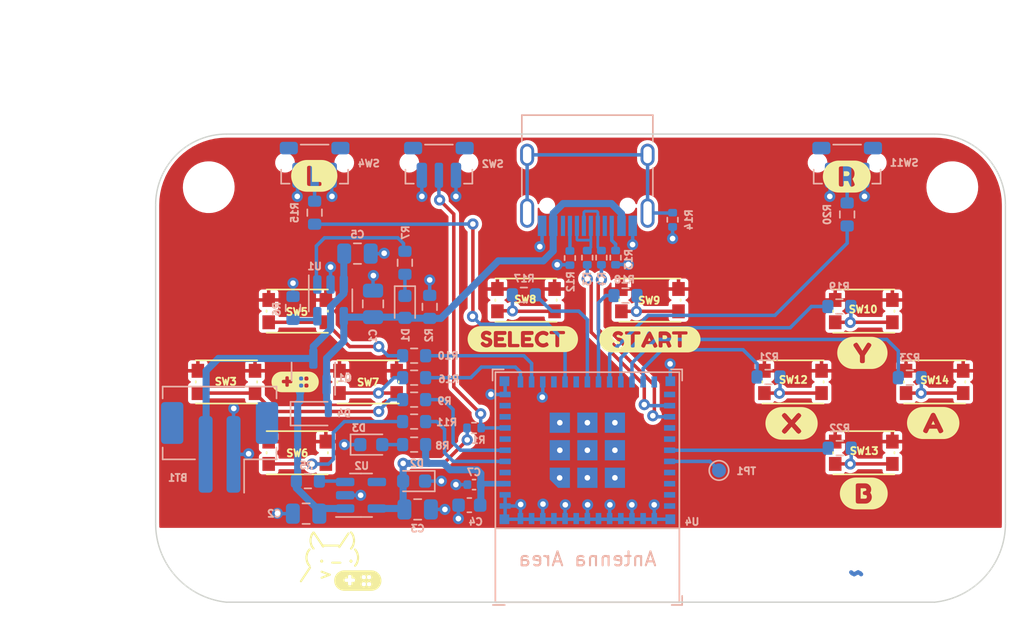
<source format=kicad_pcb>
(kicad_pcb (version 20241229) (generator "pcbnew") (generator_version "9.0")
  (layers (0 "F.Cu" signal) (2 "B.Cu" signal) (13 "F.Paste" user) (15 "B.Paste" user) (5 "F.SilkS" user "F.Silkscreen") (7 "B.SilkS" user "B.Silkscreen") (1 "F.Mask" user) (3 "B.Mask" user) (25 "Edge.Cuts" user))
  (net 0 "")
  (net 1 "GND")
  (net 2 "+3V3")
  (net 3 "VBUS")
  (net 4 "/EN")
  (net 5 "/GPIO0")
  (net 6 "/GPIO1")
  (net 7 "/GPIO2")
  (net 8 "/GPIO3")
  (net 9 "/GPIO4")
  (net 10 "/GPIO5")
  (net 11 "/GPIO6")
  (net 12 "/GPIO7")
  (net 13 "/GPIO8")
  (net 14 "/GPIO9")
  (net 15 "/GPIO10")
  (net 16 "Net-(J3-PadS1)")
  (net 17 "/USB_D_N")
  (net 18 "/USB_D_P")
  (net 20 "Net-(J3-PadA5)")
  (net 22 "Net-(J3-PadB5)")
  (net 23 "Net-(R3-Pad1)")
  (net 24 "Net-(R4-Pad1)")
  (net 25 "/GPIO20")
  (net 26 "/GPIO21")
  (net 27 "+4V")
  (net 28 "/VBAT")
  (net 29 "Net-(D1-Pad1)")
  (net 30 "Net-(D3-Pad2)")
  (net 31 "Net-(R5-Pad2)")
  (net 46 "Net-(R6-Pad1)")
  (net 47 "Net-(R7-Pad2)")
  (net 49 "Net-(R9-Pad1)")
  (net 50 "Net-(R10-Pad1)")
  (net 51 "Net-(R15-Pad1)")
  (net 52 "Net-(R19-Pad1)")
  (net 53 "Net-(R11-Pad1)")
  (net 54 "Net-(R20-Pad1)")
  (net 55 "Net-(R21-Pad1)")
  (net 56 "Net-(R16-Pad1)")
  (net 57 "Net-(R17-Pad1)")
  (net 58 "Net-(R18-Pad1)")
  (net 59 "Net-(R22-Pad1)")
  (net 60 "Net-(R23-Pad1)")
  (footprint "Button_Switch_SMD:SW_Push_1P1T_NO_CK_KMR2" (layer "F.Cu") (at 177.8 106.68)
    (property "Reference" "SW10")
    (property "Value" "Y")
  )
  (footprint "Button_Switch_SMD:SW_Push_1P1T_NO_CK_KMR2" (layer "F.Cu") (at 172.72 111.76)
    (property "Reference" "SW12")
    (property "Value" "X")
  )
  (footprint "Button_Switch_SMD:SW_Push_1P1T_NO_CK_KMR2" (layer "F.Cu") (at 182.88 111.76)
    (property "Reference" "SW14")
    (property "Value" "A")
  )
  (footprint "MountingHole:MountingHole_3.2mm_M3" (layer "F.Cu") (at 182.88 124.46)
    (property "Reference" "H1" (hide yes))
    (property "Value" "MountingHole")
  )
  (footprint "kibuzzard-63C8BD99" (layer "F.Cu") (at 141.5034 126.0094)
    (property "Reference" "kibuzzard-63C8BD99" (hide yes))
    (property "Value" "G***" (hide yes))
  )
  (footprint "kibuzzard-63C8C0C1" (layer "F.Cu") (at 162.4584 108.712)
    (property "Reference" "kibuzzard-63C8C0C1" (hide yes))
    (property "Value" "G***" (hide yes))
  )
  (footprint "kibuzzard-63C8BFBA" (layer "F.Cu") (at 182.7784 114.7064)
    (property "Reference" "kibuzzard-63C8BFBA" (hide yes))
    (property "Value" "G***" (hide yes))
  )
  (footprint "kibuzzard-63C8BFCF" (layer "F.Cu") (at 177.8 119.761)
    (property "Reference" "kibuzzard-63C8BFCF" (hide yes))
    (property "Value" "G***" (hide yes))
  )
  (footprint "Button_Switch_SMD:SW_Push_1P1T_NO_CK_KMR2" (layer "F.Cu") (at 137.16 106.68)
    (property "Reference" "SW5")
    (property "Value" "UP")
  )
  (footprint "kibuzzard-63C8C0B2" (layer "F.Cu") (at 153.3398 108.6866)
    (property "Reference" "kibuzzard-63C8C0B2" (hide yes))
    (property "Value" "G***" (hide yes))
  )
  (footprint "Button_Switch_SMD:SW_Push_1P1T_NO_CK_KMR2" (layer "F.Cu") (at 162.4584 105.8926)
    (property "Reference" "SW9")
    (property "Value" "START")
  )
  (footprint "Button_Switch_SMD:SW_Push_1P1T_NO_CK_KMR2" (layer "F.Cu") (at 137.16 116.84)
    (property "Reference" "SW6")
    (property "Value" "DOWN")
  )
  (footprint "Button_Switch_SMD:SW_Push_1P1T_NO_CK_KMR2" (layer "F.Cu") (at 132.08 111.76)
    (property "Reference" "SW3")
    (property "Value" "LEFT")
  )
  (footprint "Button_Switch_SMD:SW_Push_1P1T_NO_CK_KMR2" (layer "F.Cu") (at 177.8 116.84)
    (property "Reference" "SW13")
    (property "Value" "B")
  )
  (footprint "Button_Switch_SMD:SW_Push_1P1T_NO_CK_KMR2" (layer "F.Cu") (at 142.24 111.76)
    (property "Reference" "SW7")
    (property "Value" "RIGHT")
  )
  (footprint "MountingHole:MountingHole_3.2mm_M3" (layer "F.Cu") (at 184.15 97.79)
    (property "Reference" "H4" (hide yes))
    (property "Value" "MountingHole")
  )
  (footprint "kibuzzard-63C8C028" (layer "F.Cu") (at 138.3792 96.9772)
    (property "Reference" "kibuzzard-63C8C028" (hide yes))
    (property "Value" "G***" (hide yes))
  )
  (footprint "Button_Switch_SMD:SW_Push_1P1T_NO_CK_KMR2" (layer "F.Cu") (at 153.5684 105.8926)
    (property "Reference" "SW8")
    (property "Value" "SELECT")
  )
  (footprint "MountingHole:MountingHole_3.2mm_M3" (layer "F.Cu") (at 132.08 124.46)
    (property "Reference" "H2" (hide yes))
    (property "Value" "MountingHole")
  )
  (footprint "kibuzzard-63C8BD99" (layer "F.Cu") (at 137.0076 111.76)
    (property "Reference" "kibuzzard-63C8BD99" (hide yes))
    (property "Value" "G***" (hide yes))
  )
  (footprint "kibuzzard-63C8C00A" (layer "F.Cu") (at 177.6984 109.6772)
    (property "Reference" "kibuzzard-63C8C00A" (hide yes))
    (property "Value" "G***" (hide yes))
  )
  (footprint "kibuzzard-63C8C01E" (layer "F.Cu") (at 176.5808 97.028)
    (property "Reference" "kibuzzard-63C8C01E" (hide yes))
    (property "Value" "G***" (hide yes))
  )
  (footprint "kibuzzard-63C8BFE1" (layer "F.Cu") (at 172.6184 114.7318)
    (property "Reference" "kibuzzard-63C8BFE1" (hide yes))
    (property "Value" "G***" (hide yes))
  )
  (footprint "MountingHole:MountingHole_3.2mm_M3" (layer "F.Cu") (at 130.81 97.79)
    (property "Reference" "H3" (hide yes))
    (property "Value" "MountingHole")
  )
  (footprint "Button_Switch_SMD:SW_Push_1P1T-MP_NO_Horizontal_Alps_SKRTLAE010" (layer "B.Cu") (at 176.6062 96.0354)
    (property "Reference" "SW11")
    (property "Value" "R")
  )
  (footprint "TestPoint:TestPoint_Pad_D1.0mm" (layer "B.Cu") (at 167.4114 118.11 180)
    (property "Reference" "TP1")
    (property "Value" "TestPoint")
  )
  (footprint "Connector_USB:USB_C_Receptacle_HRO_TYPE-C-31-M-12" (layer "B.Cu") (at 157.969962 96.52)
    (property "Reference" "J3" (hide yes))
    (property "Value" "USB_C_Receptacle_USB2.0")
  )
  (footprint "Resistor_SMD:R_0402_1005Metric" (layer "B.Cu") (at 149.841966 115.062)
    (property "Reference" "R1")
    (property "Value" "10K" (hide yes))
  )
  (footprint "Resistor_SMD:R_0603_1608Metric" (layer "B.Cu") (at 170.9674 111.4044 180)
    (property "Reference" "R21")
    (property "Value" "1k")
  )
  (footprint "Capacitor_SMD:C_0805_2012Metric" (layer "B.Cu") (at 141.4775 102.5549)
    (property "Reference" "C5")
    (property "Value" "10uf")
  )
  (footprint "Resistor_SMD:R_0603_1608Metric" (layer "B.Cu") (at 145.542 111.4552)
    (property "Reference" "R16")
    (property "Value" "1k")
  )
  (footprint "Resistor_SMD:R_0603_1608Metric" (layer "B.Cu") (at 145.542 116.2558 180)
    (property "Reference" "R8")
    (property "Value" "1k")
  )
  (footprint "Resistor_SMD:R_0603_1608Metric" (layer "B.Cu") (at 144.8816 103.2134 90)
    (property "Reference" "R7")
    (property "Value" "1k")
  )
  (footprint "Resistor_SMD:R_0402_1005Metric" (layer "B.Cu") (at 156.718 102.87 90)
    (property "Reference" "R12")
    (property "Value" "5.1K" (hide yes))
  )
  (footprint "Resistor_SMD:R_0402_1005Metric" (layer "B.Cu") (at 164.084 100.1268 90)
    (property "Reference" "R14")
    (property "Value" "1M" (hide yes))
  )
  (footprint "Resistor_SMD:R_0603_1608Metric" (layer "B.Cu") (at 145.542 109.8804)
    (property "Reference" "R10")
    (property "Value" "1k")
  )
  (footprint "Resistor_SMD:R_0603_1608Metric" (layer "B.Cu") (at 146.6596 106.3752 90)
    (property "Reference" "R2")
    (property "Value" "10k")
  )
  (footprint "Button_Switch_SMD:SW_Push_1P1T-MP_NO_Horizontal_Alps_SKRTLAE010" (layer "B.Cu") (at 138.4046 96.0354)
    (property "Reference" "SW4")
    (property "Value" "L")
  )
  (footprint "Capacitor_SMD:C_0805_2012Metric" (layer "B.Cu") (at 137.795 121.2088 180)
    (property "Reference" "C2")
    (property "Value" "10uf")
  )
  (footprint "Resistor_SMD:R_0603_1608Metric" (layer "B.Cu") (at 137.922 118.872)
    (property "Reference" "R5")
    (property "Value" "10k")
  )
  (footprint "Diode_SMD:D_SOD-323F" (layer "B.Cu") (at 138.2878 114.0358)
    (property "Reference" "D4")
    (property "Value" "PMEG3020EJ,115")
  )
  (footprint "Resistor_SMD:R_0603_1608Metric" (layer "B.Cu") (at 138.4046 99.6188 -90)
    (property "Reference" "R15")
    (property "Value" "1k")
  )
  (footprint "Resistor_SMD:R_0402_1005Metric" (layer "B.Cu") (at 157.9626 102.8446 90)
    (property "Reference" "R3")
    (property "Value" "0" (hide yes))
  )
  (footprint "Capacitor_SMD:C_0805_2012Metric" (layer "B.Cu") (at 145.795999 120.904)
    (property "Reference" "C3")
    (property "Value" "10uf")
  )
  (footprint "Resistor_SMD:R_0402_1005Metric" (layer "B.Cu") (at 159.9946 102.8446 90)
    (property "Reference" "R13")
    (property "Value" "5.1K" (hide yes))
  )
  (footprint "Package_TO_SOT_SMD:SOT-23" (layer "B.Cu") (at 138.3132 111.013201 90)
    (property "Reference" "Q1")
    (property "Value" "DMP1045U-7")
  )
  (footprint "Resistor_SMD:R_0603_1608Metric" (layer "B.Cu") (at 176.0474 106.3498 180)
    (property "Reference" "R19")
    (property "Value" "1k")
  )
  (footprint "Resistor_SMD:R_0603_1608Metric" (layer "B.Cu") (at 145.542 113.03)
    (property "Reference" "R9")
    (property "Value" "1k")
  )
  (footprint "Diode_SMD:D_0603_1608Metric" (layer "B.Cu") (at 145.542 118.872 180)
    (property "Reference" "D2")
    (property "Value" "CPDU5V0")
  )
  (footprint "Connector_JST:JST_PH_B2B-PH-SM4-TB_1x02-1MP_P2.00mm_Vertical" (layer "B.Cu") (at 131.588 116.455 180)
    (property "Reference" "BT1")
    (property "Value" "Battery Connector")
  )
  (footprint "espressif:ESP32-C3-MINI-1" (layer "B.Cu") (at 157.969962 116.66)
    (property "Reference" "U4")
    (property "Value" "ESP32-C3-MINI-1")
  )
  (footprint "Capacitor_SMD:C_0603_1608Metric" (layer "B.Cu") (at 149.5044 120.5992 180)
    (property "Reference" "C4")
    (property "Value" "10uF" (hide yes))
  )
  (footprint "Resistor_SMD:R_0603_1608Metric" (layer "B.Cu") (at 153.416 105.5116)
    (property "Reference" "R17")
    (property "Value" "1k")
  )
  (footprint "LED_SMD:LED_0603_1608Metric" (layer "B.Cu") (at 144.8816 106.3752 -90)
    (property "Reference" "D1")
    (property "Value" "LED Yellow")
  )
  (footprint "Resistor_SMD:R_0603_1608Metric" (layer "B.Cu") (at 136.8552 106.451301 90)
    (property "Reference" "R6")
    (property "Value" "10k")
  )
  (footprint "Resistor_SMD:R_0603_1608Metric" (layer "B.Cu") (at 176.6062 99.7458 -90)
    (property "Reference" "R20")
    (property "Value" "1k")
  )
  (footprint "Capacitor_SMD:C_0805_2012Metric" (layer "B.Cu") (at 142.5951 106.161701 90)
    (property "Reference" "C1")
    (property "Value" "10uf")
  )
  (footprint "Button_Switch_SMD:SW_Push_1P1T-MP_NO_Horizontal_Alps_SKRTLAE010" (layer "B.Cu") (at 147.32 96.0354)
    (property "Reference" "SW2")
    (property "Value" "SW_Push")
  )
  (footprint "LED_SMD:LED_0603_1608Metric" (layer "B.Cu") (at 142.4686 116.2558)
    (property "Reference" "D3")
    (property "Value" "LED Red")
  )
  (footprint "Resistor_SMD:R_0603_1608Metric" (layer "B.Cu") (at 181.102 111.4552 180)
    (property "Reference" "R23")
    (property "Value" "1k")
  )
  (footprint "Resistor_SMD:R_0603_1608Metric" (layer "B.Cu") (at 160.7058 105.5624 180)
    (property "Reference" "R18")
    (property "Value" "1k")
  )
  (footprint "Resistor_SMD:R_0603_1608Metric" (layer "B.Cu") (at 145.542 114.6048)
    (property "Reference" "R11")
    (property "Value" "1k")
  )
  (footprint "Package_TO_SOT_SMD:SOT-23-5" (layer "B.Cu") (at 141.732 119.888)
    (property "Reference" "U2")
    (property "Value" "XC6222B331MR-G")
  )
  (footprint "Capacitor_SMD:C_0402_1005Metric" (layer "B.Cu") (at 149.841966 119.126 180)
    (property "Reference" "C7")
    (property "Value" "1uF" (hide yes))
  )
  (footprint "Package_TO_SOT_SMD:SOT-23-5" (layer "B.Cu") (at 139.5471 105.907701 -90)
    (property "Reference" "U1")
    (property "Value" "MCP73831-2-OT")
  )
  (footprint "Resistor_SMD:R_0402_1005Metric" (layer "B.Cu") (at 158.9786 102.8446 90)
    (property "Reference" "R4")
    (property "Value" "0" (hide yes))
  )
  (footprint "Resistor_SMD:R_0603_1608Metric" (layer "B.Cu") (at 176.0728 116.5098 180)
    (property "Reference" "R22")
    (property "Value" "1k")
  )
  (gr_arc (start 182.88 93.98) (mid 186.472102 95.467898) (end 187.96 99.06) (stroke (width 0.1)) (layer "Edge.Cuts"))
  (gr_arc (start 127 99.06) (mid 128.487898 95.467898) (end 132.08 93.98) (stroke (width 0.1)) (layer "Edge.Cuts"))
  (gr_line (start 132.08 93.98) (end 182.88 93.98) (stroke (width 0.1)) (layer "Edge.Cuts"))
  (gr_line (start 187.96 99.06) (end 187.96 121.92) (stroke (width 0.1)) (layer "Edge.Cuts"))
  (gr_arc (start 132.08 127.5588) (mid 128.457298 125.714807) (end 127 121.92) (stroke (width 0.1)) (layer "Edge.Cuts"))
  (gr_arc (start 187.96 121.92) (mid 186.5027 125.714805) (end 182.88 127.5588) (stroke (width 0.1)) (layer "Edge.Cuts"))
  (gr_line (start 127 121.92) (end 127 99.06) (stroke (width 0.1)) (layer "Edge.Cuts"))
  (gr_line (start 182.88 127.5588) (end 132.08 127.5588) (stroke (width 0.1)) (layer "Edge.Cuts"))
  (gr_text "~" (at 177.2158 125.4506 0) (layer "B.Cu") (effects (font (size 1.5 1.5) (thickness 0.3)) (justify mirror)))
  (gr_text "  (\\__/)\n  ( . _ .)\n / >   " (at 139.0904 124.3076 0) (layer "F.SilkS") (effects (font (size 0.762 0.762))))
  (via (at 137.16 98.4504) (size 0.8) (drill 0.4) (layers "F.Cu" "B.Cu") (net 1))
  (via (at 161.163 120.5738) (size 0.8) (drill 0.4) (layers "F.Cu" "B.Cu") (net 1))
  (via (at 156.3878 120.5738) (size 0.8) (drill 0.4) (layers "F.Cu" "B.Cu") (net 1))
  (via (at 154.559 102.0572) (size 0.8) (drill 0.4) (layers "F.Cu" "B.Cu") (net 1))
  (via (at 148.5392 98.4504) (size 0.8) (drill 0.4) (layers "F.Cu" "B.Cu") (net 1))
  (via (at 139.6492 98.4504) (size 0.8) (drill 0.4) (layers "F.Cu" "B.Cu") (net 1))
  (via (at 163.9062 110.4646) (size 0.8) (drill 0.4) (layers "F.Cu" "B.Cu") (net 1))
  (via (at 146.6596 104.4448) (size 0.8) (drill 0.4) (layers "F.Cu" "B.Cu") (net 1))
  (via (at 157.969962 116.66) (size 0.8) (drill 0.4) (layers "F.Cu" "B.Cu") (net 1))
  (via (at 153.1874 120.5484) (size 0.8) (drill 0.4) (layers "F.Cu" "B.Cu") (net 1))
  (via (at 139.5471 103.5201) (size 0.8) (drill 0.4) (layers "F.Cu" "B.Cu") (net 1))
  (via (at 146.1008 98.4504) (size 0.8) (drill 0.4) (layers "F.Cu" "B.Cu") (net 1))
  (via (at 142.6205 104.1297) (size 0.8) (drill 0.4) (layers "F.Cu" "B.Cu") (net 1))
  (via (at 155.8036 103.3526) (size 0.8) (drill 0.4) (layers "F.Cu" "B.Cu") (net 1))
  (via (at 154.7368 112.8522) (size 0.8) (drill 0.4) (layers "F.Cu" "B.Cu") (net 1))
  (via (at 132.604 113.661) (size 0.8) (drill 0.4) (layers "F.Cu" "B.Cu") (net 1))
  (via (at 136.8552 104.673301) (size 0.8) (drill 0.4) (layers "F.Cu" "B.Cu") (net 1))
  (via (at 147.4978 118.872) (size 0.8) (drill 0.4) (layers "F.Cu" "B.Cu") (net 1))
  (via (at 157.988 120.5738) (size 0.8) (drill 0.4) (layers "F.Cu" "B.Cu") (net 1))
  (via (at 148.5392 119.126) (size 0.8) (drill 0.4) (layers "F.Cu" "B.Cu") (net 1))
  (via (at 161.2138 101.9048) (size 0.8) (drill 0.4) (layers "F.Cu" "B.Cu") (net 1))
  (via (at 147.7518 120.904) (size 0.8) (drill 0.4) (layers "F.Cu" "B.Cu") (net 1))
  (via (at 157.969962 118.635) (size 0.8) (drill 0.4) (layers "F.Cu" "B.Cu") (net 1))
  (via (at 175.3616 98.4504) (size 0.8) (drill 0.4) (layers "F.Cu" "B.Cu") (net 1))
  (via (at 155.994962 116.66) (size 0.8) (drill 0.4) (layers "F.Cu" "B.Cu") (net 1))
  (via (at 159.944962 118.635) (size 0.8) (drill 0.4) (layers "F.Cu" "B.Cu") (net 1))
  (via (at 162.7632 120.5738) (size 0.8) (drill 0.4) (layers "F.Cu" "B.Cu") (net 1))
  (via (at 154.7876 120.523) (size 0.8) (drill 0.4) (layers "F.Cu" "B.Cu") (net 1))
  (via (at 148.717 121.5644) (size 0.8) (drill 0.4) (layers "F.Cu" "B.Cu") (net 1))
  (via (at 155.9814 118.6434) (size 0.8) (drill 0.4) (layers "F.Cu" "B.Cu") (net 1))
  (via (at 143.3946 102.5295) (size 0.8) (drill 0.4) (layers "F.Cu" "B.Cu") (net 1))
  (via (at 164.084 101.473) (size 0.8) (drill 0.4) (layers "F.Cu" "B.Cu") (net 1))
  (via (at 140.5382 116.2558) (size 0.8) (drill 0.4) (layers "F.Cu" "B.Cu") (net 1))
  (via (at 159.5882 120.5738) (size 0.8) (drill 0.4) (layers "F.Cu" "B.Cu") (net 1))
  (via (at 151.051462 112.649) (size 0.8) (drill 0.4) (layers "F.Cu" "B.Cu") (net 1))
  (via (at 135.737599 121.1834) (size 0.8) (drill 0.4) (layers "F.Cu" "B.Cu") (net 1))
  (via (at 177.8508 98.4504) (size 0.8) (drill 0.4) (layers "F.Cu" "B.Cu") (net 1))
  (via (at 141.7066 119.888) (size 0.8) (drill 0.4) (layers "F.Cu" "B.Cu") (net 1))
  (via (at 133.6708 116.9122) (size 0.8) (drill 0.4) (layers "F.Cu" "B.Cu") (net 1))
  (via (at 159.944962 114.685) (size 0.8) (drill 0.4) (layers "F.Cu" "B.Cu") (net 1))
  (via (at 160.909 103.3272) (size 0.8) (drill 0.4) (layers "F.Cu" "B.Cu") (net 1))
  (via (at 159.944962 116.66) (size 0.8) (drill 0.4) (layers "F.Cu" "B.Cu") (net 1))
  (via (at 155.994962 114.685) (size 0.8) (drill 0.4) (layers "F.Cu" "B.Cu") (net 1))
  (via (at 157.969962 114.685) (size 0.8) (drill 0.4) (layers "F.Cu" "B.Cu") (net 1))
  (segment (start 162.769962 120.580562) (end 162.7632 120.5738) (width 0.25) (layer "B.Cu") (net 1))
  (segment (start 152.069962 112.66) (end 152.069962 111.76) (width 0.25) (layer "B.Cu") (net 1))
  (segment (start 139.6296 98.4308) (end 139.6296 96.9354) (width 0.25) (layer "B.Cu") (net 1))
  (segment (start 140.5945 119.888) (end 141.7066 119.888) (width 0.25) (layer "B.Cu") (net 1))
  (segment (start 141.6811 116.2558) (end 140.5382 116.2558) (width 0.25) (layer "B.Cu") (net 1))
  (segment (start 154.769962 120.540638) (end 154.7876 120.523) (width 0.25) (layer "B.Cu") (net 1))
  (segment (start 142.4275 102.5549) (end 143.3692 102.5549) (width 0.25) (layer "B.Cu") (net 1))
  (segment (start 132.588 116.955) (end 132.588 113.677) (width 0.25) (layer "B.Cu") (net 1))
  (segment (start 146.3295 118.872) (end 147.4978 118.872) (width 0.25) (layer "B.Cu") (net 1))
  (segment (start 156.718 103.355) (end 155.806 103.355) (width 0.25) (layer "B.Cu") (net 1))
  (segment (start 154.769962 121.56) (end 154.769962 120.540638) (width 0.25) (layer "B.Cu") (net 1))
  (segment (start 159.569962 120.592038) (end 159.5882 120.5738) (width 0.25) (layer "B.Cu") (net 1))
  (segment (start 153.0758 120.66) (end 153.1874 120.5484) (width 0.25) (layer "B.Cu") (net 1))
  (segment (start 152.069962 120.66) (end 153.0758 120.66) (width 0.25) (layer "B.Cu") (net 1))
  (segment (start 148.545 98.4446) (end 148.5392 98.4504) (width 0.25) (layer "B.Cu") (net 1))
  (segment (start 155.806 103.355) (end 155.8036 103.3526) (width 0.25) (layer "B.Cu") (net 1))
  (segment (start 148.7169 120.5992) (end 148.7169 121.5643) (width 0.25) (layer "B.Cu") (net 1))
  (segment (start 151.062462 112.66) (end 151.051462 112.649) (width 0.25) (layer "B.Cu") (net 1))
  (segment (start 152.019962 121.61) (end 163.919962 121.61) (width 0.25) (layer "B.Cu") (net 1))
  (segment (start 136.845 121.2088) (end 135.762999 121.2088) (width 0.25) (layer "B.Cu") (net 1))
  (segment (start 146.6596 104.4448) (end 146.6596 105.5502) (width 0.25) (layer "B.Cu") (net 1))
  (segment (start 137.1796 96.9354) (end 137.1796 98.4308) (width 0.25) (layer "B.Cu") (net 1))
  (segment (start 148.545 96.9264) (end 148.545 98.4446) (width 0.25) (layer "B.Cu") (net 1))
  (segment (start 156.369962 121.56) (end 156.369962 120.591638) (width 0.25) (layer "B.Cu") (net 1))
  (segment (start 161.219962 100.565) (end 161.219962 101.898638) (width 0.25) (layer "B.Cu") (net 1))
  (segment (start 152.069962 121.56) (end 152.019962 121.61) (width 0.25) (layer "B.Cu") (net 1))
  (segment (start 146.095 96.9264) (end 146.095 98.4446) (width 0.25) (layer "B.Cu") (net 1))
  (segment (start 161.219962 101.898638) (end 161.2138 101.9048) (width 0.25) (layer "B.Cu") (net 1))
  (segment (start 161.169962 120.580762) (end 161.163 120.5738) (width 0.25) (layer "B.Cu") (net 1))
  (segment (start 175.3812 98.4308) (end 175.3616 98.4504) (width 0.25) (layer "B.Cu") (net 1))
  (segment (start 159.9946 103.3296) (end 160.9066 103.3296) (width 0.25) (layer "B.Cu") (net 1))
  (segment (start 157.969962 121.56) (end 157.969962 120.591838) (width 0.25) (layer "B.Cu") (net 1))
  (segment (start 164.084 100.6118) (end 164.084 101.473) (width 0.25) (layer "B.Cu") (net 1))
  (segment (start 154.719962 101.896238) (end 154.719962 100.565) (width 0.25) (layer "B.Cu") (net 1))
  (segment (start 137.1796 98.4308) (end 137.16 98.4504) (width 0.25) (layer "B.Cu") (net 1))
  (segment (start 136.8552 105.626301) (end 136.8552 104.673301) (width 0.25) (layer "B.Cu") (net 1))
  (segment (start 177.8312 98.4308) (end 177.8508 98.4504) (width 0.25) (layer "B.Cu") (net 1))
  (segment (start 160.9066 103.3296) (end 160.909 103.3272) (width 0.25) (layer "B.Cu") (net 1))
  (segment (start 143.3692 102.5549) (end 143.3946 102.5295) (width 0.25) (layer "B.Cu") (net 1))
  (segment (start 163.919962 111.71) (end 163.919962 110.478362) (width 0.25) (layer "B.Cu") (net 1))
  (segment (start 162.769962 121.56) (end 162.769962 120.580562) (width 0.25) (layer "B.Cu") (net 1))
  (segment (start 139.6492 98.4504) (end 139.6296 98.4308) (width 0.25) (layer "B.Cu") (net 1))
  (segment (start 154.769962 111.76) (end 154.769962 112.819038) (width 0.25) (layer "B.Cu") (net 1))
  (segment (start 153.169962 121.56) (end 153.169962 120.565838) (width 0.25) (layer "B.Cu") (net 1))
  (segment (start 156.369962 120.591638) (end 156.3878 120.5738) (width 0.25) (layer "B.Cu") (net 1))
  (segment (start 146.745999 120.904) (end 147.7518 120.904) (width 0.25) (layer "B.Cu") (net 1))
  (segment (start 161.169962 121.56) (end 161.169962 120.580762) (width 0.25) (layer "B.Cu") (net 1))
  (segment (start 132.588 116.955) (end 133.628 116.955) (width 0.25) (layer "B.Cu") (net 1))
  (segment (start 148.7169 121.5643) (end 148.717 121.5644) (width 0.25) (layer "B.Cu") (net 1))
  (segment (start 133.628 116.955) (end 133.6708 116.9122) (width 0.25) (layer "B.Cu") (net 1))
  (segment (start 154.769962 112.819038) (end 154.7368 112.8522) (width 0.25) (layer "B.Cu") (net 1))
  (segment (start 152.069962 111.76) (end 152.019962 111.71) (width 0.25) (layer "B.Cu") (net 1))
  (segment (start 146.095 98.4446) (end 146.1008 98.4504) (width 0.25) (layer "B.Cu") (net 1))
  (segment (start 175.3812 96.9354) (end 175.3812 98.4308) (width 0.25) (layer "B.Cu") (net 1))
  (segment (start 155.994962 118.635) (end 155.9898 118.635) (width 0.25) (layer "B.Cu") (net 1))
  (segment (start 177.8312 96.9354) (end 177.8312 98.4308) (width 0.25) (layer "B.Cu") (net 1))
  (segment (start 142.5951 104.1551) (end 142.6205 104.1297) (width 0.25) (layer "B.Cu") (net 1))
  (segment (start 159.569962 121.56) (end 159.569962 120.592038) (width 0.25) (layer "B.Cu") (net 1))
  (segment (start 132.588 113.677) (end 132.604 113.661) (width 0.25) (layer "B.Cu") (net 1))
  (segment (start 157.969962 120.591838) (end 157.988 120.5738) (width 0.25) (layer "B.Cu") (net 1))
  (segment (start 163.919962 110.478362) (end 163.9062 110.4646) (width 0.25) (layer "B.Cu") (net 1))
  (segment (start 149.356962 119.126) (end 148.5392 119.126) (width 0.25) (layer "B.Cu") (net 1))
  (segment (start 155.9898 118.635) (end 155.9814 118.6434) (width 0.25) (layer "B.Cu") (net 1))
  (segment (start 139.5471 104.770201) (end 139.5471 103.5201) (width 0.25) (layer "B.Cu") (net 1))
  (segment (start 142.5951 105.211701) (end 142.5951 104.1551) (width 0.25) (layer "B.Cu") (net 1))
  (segment (start 152.069962 112.66) (end 151.062462 112.66) (width 0.25) (layer "B.Cu") (net 1))
  (segment (start 154.559 102.0572) (end 154.719962 101.896238) (width 0.25) (layer "B.Cu") (net 1))
  (segment (start 152.069962 119.86) (end 152.069962 121.56) (width 0.25) (layer "B.Cu") (net 1))
  (segment (start 149.352 115.91998) (end 147.66998 117.602) (width 0.25) (layer "F.Cu") (net 2))
  (segment (start 147.66998 117.602) (end 144.7546 117.602) (width 0.25) (layer "F.Cu") (net 2))
  (via (at 149.352 115.91998) (size 0.8) (drill 0.4) (layers "F.Cu" "B.Cu") (net 2))
  (via (at 144.7546 117.602) (size 0.8) (drill 0.4) (layers "F.Cu" "B.Cu") (net 2))
  (segment (start 147.67025 117.602) (end 148.12745 118.0592) (width 0.508) (layer "B.Cu") (net 2))
  (segment (start 150.326954 119.126) (end 150.326954 120.564148) (width 0.508) (layer "B.Cu") (net 2))
  (segment (start 144.7546 117.602) (end 147.67025 117.602) (width 0.508) (layer "B.Cu") (net 2))
  (segment (start 150.0632 118.0592) (end 150.326962 118.322962) (width 0.508) (layer "B.Cu") (net 2))
  (segment (start 150.326962 119.126) (end 150.392962 119.06) (width 0.25) (layer "B.Cu") (net 2))
  (segment (start 142.8695 120.838) (end 144.779999 120.838) (width 0.508) (layer "B.Cu") (net 2))
  (segment (start 150.392968 119.060011) (end 152.069952 119.060011) (width 0.4064) (layer "B.Cu") (net 2))
  (segment (start 148.12745 118.0592) (end 150.0632 118.0592) (width 0.508) (layer "B.Cu") (net 2))
  (segment (start 146.367 117.3602) (end 146.6088 117.602) (width 0.508) (layer "B.Cu") (net 2))
  (segment (start 144.7545 117.6021) (end 144.7545 118.872) (width 0.508) (layer "B.Cu") (net 2))
  (segment (start 144.7545 118.872) (end 144.7545 120.812501) (width 0.508) (layer "B.Cu") (net 2))
  (segment (start 144.7546 117.602) (end 144.7545 117.6021) (width 0.25) (layer "B.Cu") (net 2))
  (segment (start 150.326962 120.564138) (end 150.2919 120.5992) (width 0.25) (layer "B.Cu") (net 2))
  (segment (start 150.326962 118.322962) (end 150.326962 119.126) (width 0.508) (layer "B.Cu") (net 2))
  (segment (start 149.352 115.91998) (end 149.352 115.066962) (width 0.25) (layer "B.Cu") (net 2))
  (segment (start 144.7545 120.812501) (end 144.845999 120.904) (width 0.25) (layer "B.Cu") (net 2))
  (segment (start 146.367 117.3866) (end 146.367 116.2558) (width 0.508) (layer "B.Cu") (net 2))
  (segment (start 149.352 115.066962) (end 149.356962 115.062) (width 0.25) (layer "B.Cu") (net 2))
  (segment (start 154.813 103.0732) (end 155.519962 102.366238) (width 0.508) (layer "B.Cu") (net 3))
  (segment (start 160.419962 99.688562) (end 159.69508 98.96368) (width 0.508) (layer "B.Cu") (net 3))
  (segment (start 155.519962 100.565005) (end 155.519958 100.565001) (width 0.508) (layer "B.Cu") (net 3))
  (segment (start 139.3878 113.2562) (end 139.2632 113.1316) (width 0.508) (layer "B.Cu") (net 3))
  (segment (start 139.2632 110.0632) (end 139.2632 111.950701) (width 0.508) (layer "B.Cu") (net 3))
  (segment (start 160.419962 100.565) (end 160.419962 99.688562) (width 0.508) (layer "B.Cu") (net 3))
  (segment (start 139.2632 113.1316) (end 139.263199 111.9507) (width 0.508) (layer "B.Cu") (net 3))
  (segment (start 140.4971 108.8293) (end 139.2632 110.0632) (width 0.508) (layer "B.Cu") (net 3))
  (segment (start 140.5636 107.111701) (end 140.4971 107.045201) (width 0.25) (layer "B.Cu") (net 3))
  (segment (start 151.5872 103.0732) (end 154.813 103.0732) (width 0.508) (layer "B.Cu") (net 3))
  (segment (start 140.4971 107.115401) (end 140.4971 108.8293) (width 0.508) (layer "B.Cu") (net 3))
  (segment (start 142.5951 107.111701) (end 144.830601 107.111701) (width 0.508) (layer "B.Cu") (net 3))
  (segment (start 139.387799 114.0358) (end 139.3878 113.2562) (width 0.508) (layer "B.Cu") (net 3))
  (segment (start 147.4602 107.2002) (end 151.5872 103.0732) (width 0.508) (layer "B.Cu") (net 3))
  (segment (start 144.830601 107.111701) (end 144.8816 107.1627) (width 0.25) (layer "B.Cu") (net 3))
  (segment (start 155.519962 102.366238) (end 155.519962 100.565005) (width 0.508) (layer "B.Cu") (net 3))
  (segment (start 140.4971 107.045201) (end 140.462 107.080301) (width 0.25) (layer "B.Cu") (net 3))
  (segment (start 159.69508 98.96368) (end 156.23012 98.96368) (width 0.508) (layer "B.Cu") (net 3))
  (segment (start 144.8816 107.1627) (end 144.9069 107.188) (width 0.25) (layer "B.Cu") (net 3))
  (segment (start 156.23012 98.96368) (end 155.519962 99.673838) (width 0.508) (layer "B.Cu") (net 3))
  (segment (start 155.519962 99.673838) (end 155.519962 100.565) (width 0.508) (layer "B.Cu") (net 3))
  (segment (start 142.5951 107.111701) (end 140.5636 107.111701) (width 0.508) (layer "B.Cu") (net 3))
  (segment (start 146.6596 107.2002) (end 147.4602 107.2002) (width 0.508) (layer "B.Cu") (net 3))
  (segment (start 146.6474 107.188) (end 146.6596 107.2002) (width 0.25) (layer "B.Cu") (net 3))
  (segment (start 144.9069 107.188) (end 146.6474 107.188) (width 0.508) (layer "B.Cu") (net 3))
  (segment (start 140.462 107.080301) (end 140.4971 107.115401) (width 0.508) (layer "B.Cu") (net 3))
  (segment (start 150.3172 114.046) (end 148.3868 112.1156) (width 0.25) (layer "F.Cu") (net 4))
  (segment (start 148.3868 99.7204) (end 147.3708 98.7044) (width 0.25) (layer "F.Cu") (net 4))
  (segment (start 148.3868 112.1156) (end 148.3868 99.7204) (width 0.25) (layer "F.Cu") (net 4))
  (via (at 147.3708 98.7044) (size 0.8) (drill 0.4) (layers "F.Cu" "B.Cu") (net 4))
  (via (at 150.3172 114.046) (size 0.8) (drill 0.4) (layers "F.Cu" "B.Cu") (net 4))
  (segment (start 150.326962 115.044463) (end 150.326962 115.062) (width 0.25) (layer "B.Cu") (net 4))
  (segment (start 150.328962 115.06) (end 150.326962 115.062) (width 0.25) (layer "B.Cu") (net 4))
  (segment (start 147.32 98.6536) (end 147.32 96.9264) (width 0.25) (layer "B.Cu") (net 4))
  (segment (start 150.3172 115.052238) (end 150.326962 115.062) (width 0.25) (layer "B.Cu") (net 4))
  (segment (start 150.3172 115.034701) (end 150.326962 115.044463) (width 0.25) (layer "B.Cu") (net 4))
  (segment (start 147.3708 98.7044) (end 147.32 98.6536) (width 0.25) (layer "B.Cu") (net 4))
  (segment (start 150.3172 114.046) (end 150.3172 115.034701) (width 0.25) (layer "B.Cu") (net 4))
  (segment (start 152.069962 115.06) (end 150.328962 115.06) (width 0.25) (layer "B.Cu") (net 4))
  (segment (start 149.606 111.4552) (end 150.368 110.6932) (width 0.25) (layer "B.Cu") (net 5))
  (segment (start 146.367 111.4552) (end 149.606 111.4552) (width 0.25) (layer "B.Cu") (net 5))
  (segment (start 150.368 110.6932) (end 152.8064 110.6932) (width 0.25) (layer "B.Cu") (net 5))
  (segment (start 153.169962 111.056762) (end 153.169962 111.76) (width 0.25) (layer "B.Cu") (net 5))
  (segment (start 152.8064 110.6932) (end 153.169962 111.056762) (width 0.25) (layer "B.Cu") (net 5))
  (segment (start 146.367 109.8804) (end 153.416 109.8804) (width 0.25) (layer "B.Cu") (net 6))
  (segment (start 153.969962 110.434362) (end 153.969962 111.76) (width 0.25) (layer "B.Cu") (net 6))
  (segment (start 153.416 109.8804) (end 153.969962 110.434362) (width 0.25) (layer "B.Cu") (net 6))
  (segment (start 147.1676 114.6048) (end 147.7264 115.1636) (width 0.25) (layer "B.Cu") (net 7))
  (segment (start 148.3464 117.46) (end 152.069962 117.46) (width 0.25) (layer "B.Cu") (net 7))
  (segment (start 147.7264 115.1636) (end 147.7264 116.84) (width 0.25) (layer "B.Cu") (net 7))
  (segment (start 147.7264 116.84) (end 148.3464 117.46) (width 0.25) (layer "B.Cu") (net 7))
  (segment (start 146.367 114.6048) (end 147.1676 114.6048) (width 0.25) (layer "B.Cu") (net 7))
  (segment (start 148.336 113.7412) (end 147.6248 113.03) (width 0.25) (layer "B.Cu") (net 8))
  (segment (start 147.6248 113.03) (end 146.367 113.03) (width 0.25) (layer "B.Cu") (net 8))
  (segment (start 148.336 116.1288) (end 148.336 113.7412) (width 0.25) (layer "B.Cu") (net 8))
  (segment (start 152.069962 116.66) (end 148.8672 116.66) (width 0.25) (layer "B.Cu") (net 8))
  (segment (start 148.8672 116.66) (end 148.336 116.1288) (width 0.25) (layer "B.Cu") (net 8))
  (segment (start 155.4094 106.68) (end 154.241 105.5116) (width 0.25) (layer "B.Cu") (net 9))
  (segment (start 157.969962 107.296962) (end 157.353 106.68) (width 0.25) (layer "B.Cu") (net 9))
  (segment (start 157.969962 111.76) (end 157.969962 107.296962) (width 0.25) (layer "B.Cu") (net 9))
  (segment (start 157.353 106.68) (end 155.4094 106.68) (width 0.25) (layer "B.Cu") (net 9))
  (segment (start 158.769962 111.76) (end 158.769962 106.075838) (width 0.25) (layer "B.Cu") (net 10))
  (segment (start 158.769962 106.075838) (end 159.2834 105.5624) (width 0.25) (layer "B.Cu") (net 10))
  (segment (start 159.2834 105.5624) (end 159.8808 105.5624) (width 0.25) (layer "B.Cu") (net 10))
  (segment (start 171.4246 106.9848) (end 176.6062 101.8032) (width 0.25) (layer "B.Cu") (net 11))
  (segment (start 176.6062 101.8032) (end 176.6062 100.5708) (width 0.25) (layer "B.Cu") (net 11))
  (segment (start 159.569962 111.76) (end 159.569962 109.746238) (width 0.25) (layer "B.Cu") (net 11))
  (segment (start 162.3314 106.9848) (end 171.4246 106.9848) (width 0.25) (layer "B.Cu") (net 11))
  (segment (start 159.569962 109.746238) (end 162.3314 106.9848) (width 0.25) (layer "B.Cu") (net 11))
  (segment (start 162.5346 107.8738) (end 172.5168 107.8738) (width 0.25) (layer "B.Cu") (net 12))
  (segment (start 172.5168 107.8738) (end 174.0408 106.3498) (width 0.25) (layer "B.Cu") (net 12))
  (segment (start 174.0408 106.3498) (end 175.2224 106.3498) (width 0.25) (layer "B.Cu") (net 12))
  (segment (start 160.369962 111.76) (end 160.369962 110.038438) (width 0.25) (layer "B.Cu") (net 12))
  (segment (start 160.369962 110.038438) (end 162.5346 107.8738) (width 0.25) (layer "B.Cu") (net 12))
  (segment (start 162.8648 108.712) (end 179.451 108.712) (width 0.25) (layer "B.Cu") (net 13))
  (segment (start 180.277 109.538) (end 180.277 111.4552) (width 0.25) (layer "B.Cu") (net 13))
  (segment (start 161.169962 110.406838) (end 162.8648 108.712) (width 0.25) (layer "B.Cu") (net 13))
  (segment (start 179.451 108.712) (end 180.277 109.538) (width 0.25) (layer "B.Cu") (net 13))
  (segment (start 161.169962 111.76) (end 161.169962 110.406838) (width 0.25) (layer "B.Cu") (net 13))
  (segment (start 163.322 109.4486) (end 169.1386 109.4486) (width 0.25) (layer "B.Cu") (net 14))
  (segment (start 161.969962 110.800638) (end 163.322 109.4486) (width 0.25) (layer "B.Cu") (net 14))
  (segment (start 170.1424 110.4524) (end 170.1424 111.4044) (width 0.25) (layer "B.Cu") (net 14))
  (segment (start 161.969962 111.76) (end 161.969962 110.800638) (width 0.25) (layer "B.Cu") (net 14))
  (segment (start 169.1386 109.4486) (end 170.1424 110.4524) (width 0.25) (layer "B.Cu") (net 14))
  (segment (start 149.7584 100.4316) (end 149.7584 107.0356) (width 0.25) (layer "F.Cu") (net 15))
  (segment (start 149.7584 107.0356) (end 149.733 107.061) (width 0.25) (layer "F.Cu") (net 15))
  (via (at 149.7584 100.4316) (size 0.8) (drill 0.4) (layers "F.Cu" "B.Cu") (net 15))
  (via (at 149.733 107.061) (size 0.8) (drill 0.4) (layers "F.Cu" "B.Cu") (net 15))
  (segment (start 149.733 107.061) (end 150.2918 107.6198) (width 0.25) (layer "B.Cu") (net 15))
  (segment (start 155.1432 107.6198) (end 156.369962 108.846562) (width 0.25) (layer "B.Cu") (net 15))
  (segment (start 147.9926 100.4438) (end 138.4046 100.4438) (width 0.25) (layer "B.Cu") (net 15))
  (segment (start 156.369962 108.846562) (end 156.369962 111.76) (width 0.25) (layer "B.Cu") (net 15))
  (segment (start 149.7584 100.4316) (end 148.0048 100.4316) (width 0.25) (layer "B.Cu") (net 15))
  (segment (start 148.0048 100.4316) (end 147.9926 100.4438) (width 0.25) (layer "B.Cu") (net 15))
  (segment (start 150.2918 107.6198) (end 155.1432 107.6198) (width 0.25) (layer "B.Cu") (net 15))
  (segment (start 162.298162 99.6418) (end 162.289962 99.65) (width 0.25) (layer "B.Cu") (net 16))
  (segment (start 153.649962 95.47) (end 153.649962 99.65) (width 0.25) (layer "B.Cu") (net 16))
  (segment (start 164.084 99.6418) (end 162.298162 99.6418) (width 0.25) (layer "B.Cu") (net 16))
  (segment (start 162.289962 95.47) (end 153.649962 95.47) (width 0.25) (layer "B.Cu") (net 16))
  (segment (start 162.289962 95.47) (end 162.289962 99.65) (width 0.25) (layer "B.Cu") (net 16))
  (segment (start 158.219962 102.102239) (end 158.219962 100.565) (width 0.2) (layer "B.Cu") (net 17))
  (segment (start 157.219962 101.543162) (end 157.219962 100.565) (width 0.2) (layer "B.Cu") (net 17))
  (segment (start 157.266311 101.589511) (end 157.219962 101.543162) (width 0.2) (layer "B.Cu") (net 17))
  (segment (start 157.9626 102.359601) (end 158.219962 102.102239) (width 0.2) (layer "B.Cu") (net 17))
  (segment (start 158.169473 101.589511) (end 157.266311 101.589511) (width 0.2) (layer "B.Cu") (net 17))
  (segment (start 158.719962 102.100962) (end 158.719962 100.565) (width 0.2) (layer "B.Cu") (net 18))
  (segment (start 157.719962 99.590978) (end 157.719962 100.565) (width 0.2) (layer "B.Cu") (net 18))
  (segment (start 158.719962 100.565) (end 158.719962 99.590978) (width 0.2) (layer "B.Cu") (net 18))
  (segment (start 158.9786 102.3596) (end 158.719962 102.100962) (width 0.2) (layer "B.Cu") (net 18))
  (segment (start 157.79374 99.5172) (end 157.719962 99.590978) (width 0.2) (layer "B.Cu") (net 18))
  (segment (start 158.646184 99.5172) (end 157.79374 99.5172) (width 0.2) (layer "B.Cu") (net 18))
  (segment (start 158.719962 99.590978) (end 158.646184 99.5172) (width 0.2) (layer "B.Cu") (net 18))
  (segment (start 156.719962 102.383038) (end 156.718 102.385) (width 0.25) (layer "B.Cu") (net 20))
  (segment (start 156.719962 100.565) (end 156.719962 102.383038) (width 0.25) (layer "B.Cu") (net 20))
  (segment (start 159.719962 100.565) (end 159.719962 101.604762) (width 0.25) (layer "B.Cu") (net 22))
  (segment (start 159.9946 101.8794) (end 159.9946 102.3596) (width 0.25) (layer "B.Cu") (net 22))
  (segment (start 159.719962 101.604762) (end 159.9946 101.8794) (width 0.25) (layer "B.Cu") (net 22))
  (segment (start 158.242 108.1913) (end 162.052 112.0013) (width 0.25) (layer "F.Cu") (net 23))
  (segment (start 158.242 104.648) (end 158.242 108.1913) (width 0.25) (layer "F.Cu") (net 23))
  (segment (start 157.9626 104.3686) (end 158.242 104.648) (width 0.25) (layer "F.Cu") (net 23))
  (segment (start 162.052 112.0013) (end 162.052 113.3856) (width 0.25) (layer "F.Cu") (net 23))
  (via (at 157.9626 104.3686) (size 0.8) (drill 0.4) (layers "F.Cu" "B.Cu") (net 23))
  (via (at 162.052 113.3856) (size 0.8) (drill 0.4) (layers "F.Cu" "B.Cu") (net 23))
  (segment (start 163.869962 113.46) (end 162.1264 113.46) (width 0.25) (layer "B.Cu") (net 23))
  (segment (start 157.9626 103.329601) (end 157.9626 104.3686) (width 0.25) (layer "B.Cu") (net 23))
  (segment (start 162.1264 113.46) (end 162.052 113.3856) (width 0.25) (layer "B.Cu") (net 23))
  (segment (start 162.665635 114.1845) (end 162.776511 114.073624) (width 0.25) (layer "F.Cu") (net 24))
  (segment (start 162.776511 114.073624) (end 162.776511 112.001911) (width 0.25) (layer "F.Cu") (net 24))
  (segment (start 158.75 107.9754) (end 158.75 104.648) (width 0.25) (layer "F.Cu") (net 24))
  (segment (start 162.776511 112.001911) (end 158.75 107.9754) (width 0.25) (layer "F.Cu") (net 24))
  (segment (start 158.75 104.648) (end 158.9786 104.4194) (width 0.25) (layer "F.Cu") (net 24))
  (via (at 158.9786 104.4194) (size 0.8) (drill 0.4) (layers "F.Cu" "B.Cu") (net 24))
  (via (at 162.665635 114.1845) (size 0.8) (drill 0.4) (layers "F.Cu" "B.Cu") (net 24))
  (segment (start 162.741135 114.26) (end 162.665635 114.1845) (width 0.25) (layer "B.Cu") (net 24))
  (segment (start 158.9786 103.3296) (end 158.9786 104.4194) (width 0.25) (layer "B.Cu") (net 24))
  (segment (start 163.869962 114.26) (end 162.741135 114.26) (width 0.25) (layer "B.Cu") (net 24))
  (segment (start 163.869962 116.66) (end 175.0976 116.66) (width 0.25) (layer "B.Cu") (net 25))
  (segment (start 175.0976 116.66) (end 175.2478 116.5098) (width 0.25) (layer "B.Cu") (net 25))
  (segment (start 166.7614 117.46) (end 167.4114 118.11) (width 0.25) (layer "B.Cu") (net 26))
  (segment (start 163.869962 117.46) (end 166.7614 117.46) (width 0.25) (layer "B.Cu") (net 26))
  (segment (start 138.618001 120.888801) (end 137.097 119.3678) (width 0.508) (layer "B.Cu") (net 27))
  (segment (start 137.1878 114.0358) (end 137.1878 118.7812) (width 0.508) (layer "B.Cu") (net 27))
  (segment (start 137.097 119.3678) (end 137.097 118.872) (width 0.508) (layer "B.Cu") (net 27))
  (segment (start 137.1878 113.307) (end 137.3632 113.1316) (width 0.508) (layer "B.Cu") (net 27))
  (segment (start 138.618001 120.904) (end 138.618001 120.888801) (width 0.508) (layer "B.Cu") (net 27))
  (segment (start 137.187801 114.0358) (end 137.1878 113.307) (width 0.508) (layer "B.Cu") (net 27))
  (segment (start 137.1878 118.7812) (end 137.097 118.872) (width 0.508) (layer "B.Cu") (net 27))
  (segment (start 137.3632 113.1316) (end 137.3632 111.950701) (width 0.508) (layer "B.Cu") (net 27))
  (segment (start 140.5945 120.838) (end 138.684001 120.838) (width 0.508) (layer "B.Cu") (net 27))
  (segment (start 131.503699 110.075701) (end 138.3132 110.075701) (width 0.508) (layer "B.Cu") (net 28))
  (segment (start 130.6228 110.9566) (end 131.503699 110.075701) (width 0.508) (layer "B.Cu") (net 28))
  (segment (start 139.5476 106.3752) (end 140.4971 105.4257) (width 0.508) (layer "B.Cu") (net 28))
  (segment (start 140.497103 104.770199) (end 140.497103 102.585291) (width 0.508) (layer "B.Cu") (net 28))
  (segment (start 130.6228 118.9656) (end 130.6228 110.9566) (width 0.508) (layer "B.Cu") (net 28))
  (segment (start 140.4971 102.5853) (end 140.5275 102.5549) (width 0.25) (layer "B.Cu") (net 28))
  (segment (start 140.4971 105.4257) (end 140.4971 104.770201) (width 0.508) (layer "B.Cu") (net 28))
  (segment (start 139.5476 107.9754) (end 139.5476 106.3752) (width 0.508) (layer "B.Cu") (net 28))
  (segment (start 138.3132 109.2098) (end 139.5476 107.9754) (width 0.508) (layer "B.Cu") (net 28))
  (segment (start 138.3132 110.075701) (end 138.3132 109.2098) (width 0.508) (layer "B.Cu") (net 28))
  (segment (start 144.8816 105.587701) (end 144.8816 104.0384) (width 0.25) (layer "B.Cu") (net 29))
  (segment (start 144.717 116.2558) (end 143.2561 116.2558) (width 0.25) (layer "B.Cu") (net 30))
  (segment (start 138.747 118.872) (end 140.5285 118.872) (width 0.25) (layer "B.Cu") (net 31))
  (segment (start 140.5285 118.872) (end 140.5945 118.938) (width 0.25) (layer "B.Cu") (net 31))
  (segment (start 138.366 107.276301) (end 138.5971 107.045201) (width 0.25) (layer "B.Cu") (net 46))
  (segment (start 136.8552 107.276301) (end 138.366 107.276301) (width 0.25) (layer "B.Cu") (net 46))
  (segment (start 144.78 102.3112) (end 144.78 101.8286) (width 0.25) (layer "B.Cu") (net 47))
  (segment (start 138.5316 102.0064) (end 138.5316 104.704701) (width 0.25) (layer "B.Cu") (net 47))
  (segment (start 139.1158 101.4222) (end 138.5316 102.0064) (width 0.25) (layer "B.Cu") (net 47))
  (segment (start 144.78 101.8286) (end 144.3736 101.4222) (width 0.25) (layer "B.Cu") (net 47))
  (segment (start 144.3736 101.4222) (end 139.1158 101.4222) (width 0.25) (layer "B.Cu") (net 47))
  (segment (start 138.5316 104.704701) (end 138.5971 104.770201) (width 0.25) (layer "B.Cu") (net 47))
  (segment (start 143.002 113.8803) (end 135.4503 113.8803) (width 0.25) (layer "F.Cu") (net 49))
  (segment (start 135.4503 113.8803) (end 134.13 112.56) (width 0.25) (layer "F.Cu") (net 49))
  (segment (start 130.03 112.56) (end 134.13 112.56) (width 0.25) (layer "F.Cu") (net 49))
  (via (at 143.002 113.8803) (size 0.8) (drill 0.4) (layers "F.Cu" "B.Cu") (net 49))
  (segment (start 143.8148 113.03) (end 144.717 113.03) (width 0.25) (layer "B.Cu") (net 49))
  (segment (start 143.002 113.8803) (end 143.002 113.8428) (width 0.25) (layer "B.Cu") (net 49))
  (segment (start 143.002 113.8428) (end 143.8148 113.03) (width 0.25) (layer "B.Cu") (net 49))
  (segment (start 143.002 109.22) (end 140.9192 109.22) (width 0.25) (layer "F.Cu") (net 50))
  (segment (start 139.21 107.48) (end 135.11 107.48) (width 0.25) (layer "F.Cu") (net 50))
  (segment (start 139.21 107.5108) (end 139.21 107.48) (width 0.25) (layer "F.Cu") (net 50))
  (segment (start 140.9192 109.22) (end 139.21 107.5108) (width 0.25) (layer "F.Cu") (net 50))
  (via (at 143.002 109.22) (size 0.8) (drill 0.4) (layers "F.Cu" "B.Cu") (net 50))
  (segment (start 143.002 109.22) (end 143.6624 109.8804) (width 0.25) (layer "B.Cu") (net 50))
  (segment (start 143.6624 109.8804) (end 144.717 109.8804) (width 0.25) (layer "B.Cu") (net 50))
  (segment (start 138.4046 96.9354) (end 138.4046 98.7938) (width 0.25) (layer "B.Cu") (net 51))
  (segment (start 176.8296 107.4874) (end 176.837 107.48) (width 0.25) (layer "F.Cu") (net 52))
  (segment (start 175.75 107.48) (end 176.8222 107.48) (width 0.25) (layer "F.Cu") (net 52))
  (segment (start 176.837 107.48) (end 179.85 107.48) (width 0.25) (layer "F.Cu") (net 52))
  (via (at 176.8296 107.4874) (size 0.8) (drill 0.4) (layers "F.Cu" "B.Cu") (net 52))
  (segment (start 176.8724 107.4446) (end 176.8296 107.4874) (width 0.25) (layer "B.Cu") (net 52))
  (segment (start 176.8724 106.3498) (end 176.8724 107.4446) (width 0.25) (layer "B.Cu") (net 52))
  (segment (start 138.1632 117.64) (end 135.11 117.64) (width 0.25) (layer "F.Cu") (net 53))
  (segment (start 138.1888 117.64) (end 139.21 117.64) (width 0.25) (layer "F.Cu") (net 53))
  (segment (start 138.176 117.6528) (end 138.1888 117.64) (width 0.25) (layer "F.Cu") (net 53))
  (segment (start 138.176 117.6528) (end 138.1632 117.64) (width 0.25) (layer "F.Cu") (net 53))
  (via (at 138.2268 117.6528) (size 0.8) (drill 0.4) (layers "F.Cu" "B.Cu") (net 53))
  (segment (start 144.717 114.6048) (end 140.5382 114.6048) (width 0.25) (layer "B.Cu") (net 53))
  (segment (start 139.7508 117.2972) (end 139.3952 117.6528) (width 0.25) (layer "B.Cu") (net 53))
  (segment (start 139.3952 117.6528) (end 138.2268 117.6528) (width 0.25) (layer "B.Cu") (net 53))
  (segment (start 139.7508 115.3922) (end 139.7508 117.2972) (width 0.25) (layer "B.Cu") (net 53))
  (segment (start 140.5382 114.6048) (end 139.7508 115.3922) (width 0.25) (layer "B.Cu") (net 53))
  (segment (start 176.6062 96.9354) (end 176.6062 98.9208) (width 0.25) (layer "B.Cu") (net 54))
  (segment (start 170.67 112.56) (end 171.7422 112.56) (width 0.25) (layer "F.Cu") (net 55))
  (segment (start 171.7496 112.5674) (end 171.757 112.56) (width 0.25) (layer "F.Cu") (net 55))
  (segment (start 171.757 112.56) (end 174.77 112.56) (width 0.25) (layer "F.Cu") (net 55))
  (segment (start 171.7422 112.56) (end 171.7496 112.5674) (width 0.25) (layer "F.Cu") (net 55))
  (via (at 171.7496 112.5674) (size 0.8) (drill 0.4) (layers "F.Cu" "B.Cu") (net 55))
  (segment (start 171.7924 111.4044) (end 171.7924 112.5246) (width 0.25) (layer "B.Cu") (net 55))
  (segment (start 171.7924 112.5246) (end 171.7496 112.5674) (width 0.25) (layer "B.Cu") (net 55))
  (segment (start 140.19 112.56) (end 142.9892 112.56) (width 0.25) (layer "F.Cu") (net 56))
  (segment (start 142.9892 112.56) (end 144.29 112.56) (width 0.25) (layer "F.Cu") (net 56))
  (via (at 142.9892 112.56) (size 0.8) (drill 0.4) (layers "F.Cu" "B.Cu") (net 56))
  (segment (start 144.717 111.4552) (end 144.094 111.4552) (width 0.25) (layer "B.Cu") (net 56))
  (segment (start 144.094 111.4552) (end 142.9892 112.56) (width 0.25) (layer "B.Cu") (net 56))
  (segment (start 151.5184 106.6546) (end 152.5906 106.6546) (width 0.25) (layer "F.Cu") (net 57))
  (segment (start 152.598 106.662) (end 152.6286 106.6926) (width 0.25) (layer "F.Cu") (net 57))
  (segment (start 152.6286 106.6926) (end 155.6184 106.6926) (width 0.25) (layer "F.Cu") (net 57))
  (segment (start 152.5906 106.6546) (end 152.598 106.662) (width 0.25) (layer "F.Cu") (net 57))
  (via (at 152.598 106.662) (size 0.8) (drill 0.4) (layers "F.Cu" "B.Cu") (net 57))
  (segment (start 152.591 105.5116) (end 152.591 106.655) (width 0.25) (layer "B.Cu") (net 57))
  (segment (start 152.591 106.655) (end 152.598 106.662) (width 0.25) (layer "B.Cu") (net 57))
  (segment (start 161.488 106.7) (end 161.4954 106.6926) (width 0.25) (layer "F.Cu") (net 58))
  (segment (start 161.4806 106.6926) (end 161.488 106.7) (width 0.25) (layer "F.Cu") (net 58))
  (segment (start 160.4084 106.6926) (end 161.4806 106.6926) (width 0.25) (layer "F.Cu") (net 58))
  (segment (start 161.4954 106.6926) (end 164.5084 106.6926) (width 0.25) (layer "F.Cu") (net 58))
  (via (at 161.488 106.7) (size 0.8) (drill 0.4) (layers "F.Cu" "B.Cu") (net 58))
  (segment (start 161.488 106.7) (end 161.488 105.6052) (width 0.25) (layer "B.Cu") (net 58))
  (segment (start 161.488 105.6052) (end 161.5308 105.5624) (width 0.25) (layer "B.Cu") (net 58))
  (segment (start 175.75 117.64) (end 176.8222 117.64) (width 0.25) (layer "F.Cu") (net 59))
  (segment (start 176.8222 117.64) (end 176.8296 117.6474) (width 0.25) (layer "F.Cu") (net 59))
  (segment (start 176.837 117.64) (end 179.85 117.64) (width 0.25) (layer "F.Cu") (net 59))
  (segment (start 176.8296 117.6474) (end 176.837 117.64) (width 0.25) (layer "F.Cu") (net 59))
  (via (at 176.8296 117.6474) (size 0.8) (drill 0.4) (layers "F.Cu" "B.Cu") (net 59))
  (segment (start 176.8978 117.5792) (end 176.8296 117.6474) (width 0.25) (layer "B.Cu") (net 59))
  (segment (start 176.8978 116.5098) (end 176.8978 117.5792) (width 0.25) (layer "B.Cu") (net 59))
  (segment (start 180.83 112.56) (end 181.9022 112.56) (width 0.25) (layer "F.Cu") (net 60))
  (segment (start 181.9022 112.56) (end 181.9096 112.5674) (width 0.25) (layer "F.Cu") (net 60))
  (segment (start 181.9096 112.5674) (end 181.917 112.56) (width 0.25) (layer "F.Cu") (net 60))
  (segment (start 181.917 112.56) (end 184.93 112.56) (width 0.25) (layer "F.Cu") (net 60))
  (via (at 181.9096 112.5674) (size 0.8) (drill 0.4) (layers "F.Cu" "B.Cu") (net 60))
  (segment (start 181.927 112.55) (end 181.9096 112.5674) (width 0.25) (layer "B.Cu") (net 60))
  (segment (start 181.927 111.4552) (end 181.927 112.55) (width 0.25) (layer "B.Cu") (net 60))
  (zone (net 1) (net_name "GND") (layer "F.Cu") (connect_pads (clearance 0.254)) (min_thickness 0.127) (fill yes (thermal_gap 0.254) (thermal_bridge_width 0.254))
    (polygon (pts (xy 188.722 122.2288) (xy 126.7714 122.2288) (xy 126.7714 93.7808) (xy 188.722 93.7808)))
  )
)
</source>
